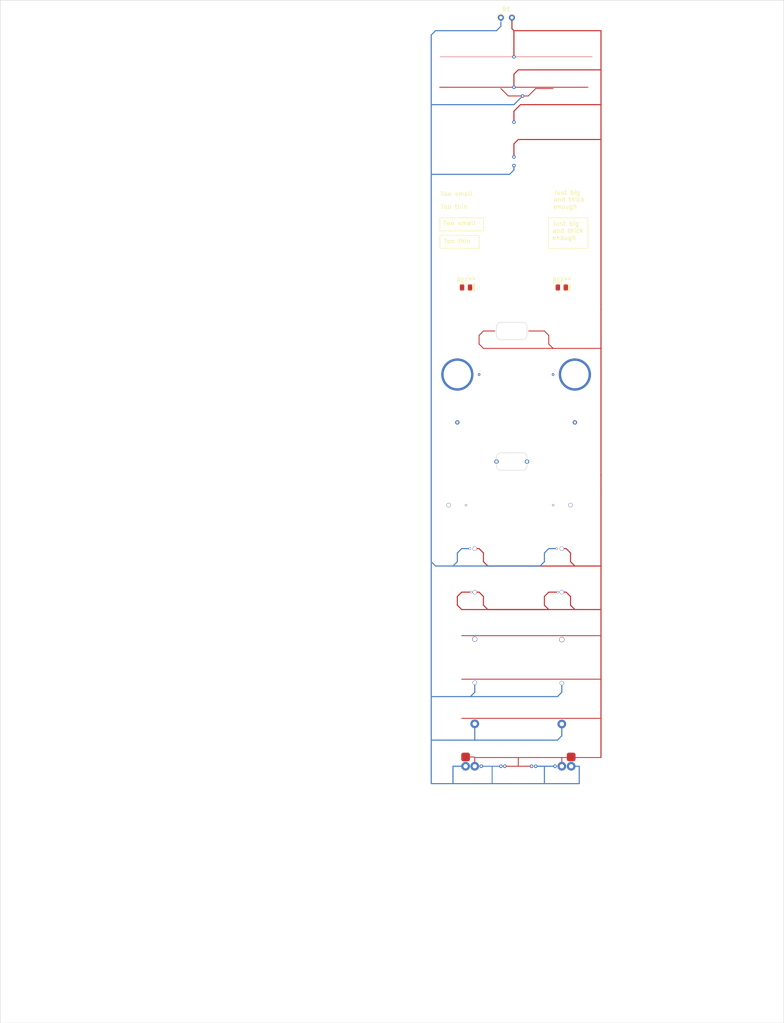
<source format=kicad_pcb>
(kicad_pcb (version 20221018) (generator pcbnew)
  (title_block (title "JLCPCB Custom Design Rules (.kicad_dru)") (date "2023-10-19") (company "LabTroll") (comment 1 "Author: Morten Hattesen"))
  (layers (0 "F.Cu" signal) (1 "In1.Cu" signal) (2 "In2.Cu" signal) (31 "B.Cu" signal) (34 "B.Paste" user) (35 "F.Paste" user) (36 "B.SilkS" user "B.Silkscreen") (37 "F.SilkS" user "F.Silkscreen") (38 "B.Mask" user) (39 "F.Mask" user) (44 "Edge.Cuts" user))
  (property "FOX" "THE QUICK BROWN FOX JUMPS OVER THE LAZY DOG")
  (property "fox" "the quick brown fox jumps over the lazy dog")
  (net 0 "")
  (net 1 "+5V")
  (net 2 "GND")
  (footprint "Resistor_SMD:R_0805_2012Metric" (layer "F.Cu") (at 143 79)
    (fp_text reference "REF**" (at 0 -1.65) (layer "F.SilkS"))
    (fp_text value "R_0805_2012Metric")
    (fp_line (start -0.227064 -0.735) (end 0.227064 -0.735) (stroke (width 0.12)) (layer "F.SilkS"))
    (fp_line (start -0.227064 0.735) (end 0.227064 0.735) (stroke (width 0.12)) (layer "F.SilkS"))
    (pad "1" smd roundrect (at -0.9125 0) (size 1.025 1.4) (layers "F.Cu" "F.Paste" "F.Mask") (roundrect_rratio 0.243902))
    (pad "2" smd roundrect (at 0.9125 0) (size 1.025 1.4) (layers "F.Cu" "F.Paste" "F.Mask") (roundrect_rratio 0.243902))
  )
  (footprint "MountingHole:MountingHole_2.2mm_M2_DIN965_Pad_TopBottom" (layer "F.Cu") (at 141 99)
    (fp_text reference "REF**" hide)
    (fp_text value "MountingHole_2.2mm_M2_DIN965_Pad_TopBottom" hide)
    (pad "1" thru_hole circle (at 0 0) (size 0.6 0.6) (drill 0.2) (layers "*.Cu" "*.Mask"))
  )
  (footprint "MountingHole:MountingHole_3.7mm_Pad_TopBottom" (layer "F.Cu") (at 119 99)
    (fp_text reference "REF**" hide)
    (fp_text value "MountingHole_3.7mm_Pad_TopBottom" hide)
    (pad "1" thru_hole circle (at 0 0) (size 7.4 7.4) (drill 6.31) (layers "*.Cu" "*.Mask"))
  )
  (footprint "MountingHole:MountingHole_2.2mm_M2_DIN965_Pad_TopBottom" (layer "F.Cu") (at 143 139)
    (fp_text reference "REF**" hide)
    (fp_text value "MountingHole_2.2mm_M2_DIN965_Pad_TopBottom" hide)
    (pad "1" thru_hole circle (at 0 0) (size 1 1) (drill 0.85) (property pad_prop_castellated) (layers "*.Cu" "*.Mask") (net 2 "GND"))
  )
  (footprint "MountingHole:MountingHole_2.2mm_M2_DIN965_Pad_TopBottom" (layer "F.Cu") (at 143 179.3)
    (fp_text reference "REF**" hide)
    (fp_text value "MountingHole_2.2mm_M2_DIN965_Pad_TopBottom" hide)
    (pad "1" thru_hole circle (at 0 0) (size 2 2) (drill 1) (property pad_prop_castellated) (layers "*.Cu" "*.Mask") (net 1 "+5V"))
  )
  (footprint "MountingHole:MountingHole_2.2mm_M2_DIN965_Pad_TopBottom" (layer "F.Cu") (at 128 119)
    (fp_text reference "REF**" hide)
    (fp_text value "MountingHole_2.2mm_M2_DIN965_Pad_TopBottom" hide)
    (pad "1" thru_hole circle (at 0 0) (size 1 1) (drill 0.59) (property pad_prop_castellated) (layers "*.Cu" "*.Mask"))
  )
  (footprint "MountingHole:MountingHole_2.2mm_M2_DIN965_Pad_TopBottom" (layer "F.Cu") (at 143 169.9)
    (fp_text reference "REF**" hide)
    (fp_text value "MountingHole_2.2mm_M2_DIN965_Pad_TopBottom" hide)
    (pad "1" thru_hole circle (at 0 0) (size 1 1) (drill 0.85) (property pad_prop_castellated) (layers "*.Cu" "*.Mask") (net 1 "+5V"))
  )
  (footprint "" (layer "F.Cu") (at 120.99 187 90)
    (fp_text reference "" (at 0 0 90) (layer "F.SilkS") (effects (font (size 1.27 1.27))))
    (fp_text value "" (at 0 0 90) (layer "F.SilkS") (effects (font (size 1.27 1.27))))
    (pad "2" smd roundrect (at 0.126 -0.09 90) (size 2 2) (layers "F.Cu" "F.Paste" "F.Mask") (net 2 "GND"))
  )
  (footprint "Connector_Pin:Pin_D0.7mm_L6.5mm_W1.8mm_FlatFork" (layer "F.Cu") (at 123 159.8)
    (fp_text reference "REF**" hide)
    (fp_text value "Pin_D0.7mm_L6.5mm_W1.8mm_FlatFork" hide)
    (pad "" np_thru_hole circle (at 0 0) (size 1.2 1.2) (drill 1) (layers "F&B.Cu" "*.Mask"))
  )
  (footprint "MountingHole:MountingHole_2.2mm_M2_DIN965_Pad_TopBottom" (layer "F.Cu") (at 135 119)
    (fp_text reference "REF**" hide)
    (fp_text value "MountingHole_2.2mm_M2_DIN965_Pad_TopBottom" hide)
    (pad "1" thru_hole circle (at 0 0) (size 1 1) (drill 0.6) (property pad_prop_castellated) (layers "*.Cu" "*.Mask"))
  )
  (footprint "MountingHole:MountingHole_2.1mm" (layer "F.Cu") (at 119 110)
    (fp_text reference "REF**" hide)
    (fp_text value "MountingHole_2.1mm" hide)
    (pad "" np_thru_hole circle (at 0 0) (size 1 1) (drill 0.49) (layers "F&B.Cu" "*.Mask"))
  )
  (footprint "Resistor_SMD:R_0805_2012Metric" (layer "F.Cu") (at 121 79)
    (fp_text reference "REF**" (at 0 -1.65) (layer "F.SilkS"))
    (fp_text value "R_0805_2012Metric")
    (fp_line (start -0.227064 -0.735) (end 0.227064 -0.735) (stroke (width 0.12)) (layer "F.SilkS"))
    (fp_line (start -0.227064 0.735) (end 0.227064 0.735) (stroke (width 0.12)) (layer "F.SilkS"))
    (pad "1" smd roundrect (at -0.9125 0) (size 1.025 1.4) (layers "F.Cu" "F.Paste" "F.Mask") (roundrect_rratio 0.243902))
    (pad "2" smd roundrect (at 0.9125 0) (size 1.025 1.4) (layers "F.Cu" "F.Paste" "F.Mask") (roundrect_rratio 0.243902))
  )
  (footprint "Connector_Pin:Pin_D0.7mm_L6.5mm_W1.8mm_FlatFork" (layer "F.Cu") (at 143 159.9)
    (fp_text reference "REF**" hide)
    (fp_text value "Pin_D0.7mm_L6.5mm_W1.8mm_FlatFork" hide)
    (pad "" np_thru_hole circle (at 0 0) (size 1.2 1.2) (drill 1) (layers "F&B.Cu" "*.Mask"))
  )
  (footprint "MountingHole:MountingHole_2.2mm_M2_DIN965_Pad_TopBottom" (layer "F.Cu") (at 143 149)
    (fp_text reference "REF**" hide)
    (fp_text value "MountingHole_2.2mm_M2_DIN965_Pad_TopBottom" hide)
    (pad "1" thru_hole circle (at 0 0) (size 1 1) (drill 0.85) (property pad_prop_castellated) (layers "*.Cu" "*.Mask") (net 2 "GND"))
  )
  (footprint "MountingHole:MountingHole_2.2mm_M2_DIN965_Pad_TopBottom" (layer "F.Cu") (at 143 189)
    (fp_text reference "REF**" hide)
    (fp_text value "MountingHole_2.2mm_M2_DIN965_Pad_TopBottom" hide)
    (pad "1" thru_hole circle (at 0 0) (size 2 2) (drill 1) (property pad_prop_castellated) (layers "*.Cu" "*.Mask") (net 2 "GND"))
  )
  (footprint "" (layer "F.Cu") (at 145.09 187)
    (fp_text reference "" (at 0 0) (layer "F.SilkS") (effects (font (size 1.27 1.27))))
    (fp_text value "" (at 0 0) (layer "F.SilkS") (effects (font (size 1.27 1.27))))
    (pad "2" smd roundrect (at 0.06 -0.127 90) (size 2 2) (layers "F.Cu" "F.Paste" "F.Mask") (net 2 "GND"))
  )
  (footprint "MountingHole:MountingHole_2.2mm_M2_DIN965_Pad_TopBottom" (layer "F.Cu") (at 145.15 189)
    (fp_text reference "REF**" hide)
    (fp_text value "MountingHole_2.2mm_M2_DIN965_Pad_TopBottom" hide)
    (pad "1" thru_hole circle (at 0 0) (size 2 2) (drill 1) (property pad_prop_castellated) (layers "*.Cu" "*.Mask") (net 1 "+5V"))
  )
  (footprint "MountingHole:MountingHole_2.2mm_M2_DIN965_Pad_TopBottom" (layer "F.Cu") (at 123 189)
    (fp_text reference "REF**" hide)
    (fp_text value "MountingHole_2.2mm_M2_DIN965_Pad_TopBottom" hide)
    (pad "1" thru_hole circle (at 0 0) (size 2 2) (drill 1) (layers "*.Cu" "*.Mask") (net 2 "GND"))
  )
  (footprint "MountingHole:MountingHole_2.2mm_M2_DIN965_Pad_TopBottom" (layer "F.Cu") (at 123 139)
    (fp_text reference "REF**" hide)
    (fp_text value "MountingHole_2.2mm_M2_DIN965_Pad_TopBottom" hide)
    (pad "1" thru_hole circle (at 0 0) (size 1 1) (drill 0.85) (property pad_prop_castellated) (layers "*.Cu" "*.Mask") (net 2 "GND"))
  )
  (footprint "MountingHole:MountingHole_2.2mm_M2_DIN965_Pad_TopBottom" (layer "F.Cu") (at 123 169.8)
    (fp_text reference "REF**" hide)
    (fp_text value "MountingHole_2.2mm_M2_DIN965_Pad_TopBottom" hide)
    (pad "1" thru_hole circle (at 0 0) (size 1 1) (drill 0.85) (property pad_prop_castellated) (layers "*.Cu" "*.Mask") (net 1 "+5V"))
  )
  (footprint "MountingHole:MountingHole_2.2mm_M2_DIN965_Pad_TopBottom" (layer "F.Cu") (at 120.9 189)
    (fp_text reference "REF**" hide)
    (fp_text value "MountingHole_2.2mm_M2_DIN965_Pad_TopBottom" hide)
    (pad "1" thru_hole circle (at 0 0) (size 2 2) (drill 1) (layers "*.Cu" "*.Mask") (net 1 "+5V"))
  )
  (footprint "MountingHole:MountingHole_2.2mm_M2_DIN965_Pad_TopBottom" (layer "F.Cu") (at 117 129)
    (fp_text reference "REF**" hide)
    (fp_text value "MountingHole_2.2mm_M2_DIN965_Pad_TopBottom" hide)
    (pad "1" thru_hole circle (at 0 0) (size 1 1) (drill 0.86) (property pad_prop_castellated) (layers "*.Cu" "*.Mask"))
  )
  (footprint "MountingHole:MountingHole_2.2mm_M2_DIN965_Pad_TopBottom" (layer "F.Cu") (at 124 99)
    (fp_text reference "REF**" hide)
    (fp_text value "MountingHole_2.2mm_M2_DIN965_Pad_TopBottom" hide)
    (pad "1" thru_hole circle (at 0 0) (size 0.6 0.6) (drill 0.19) (layers "*.Cu" "*.Mask"))
  )
  (footprint "MountingHole:MountingHole_3.5mm_Pad_TopBottom" (layer "F.Cu") (at 146 99)
    (fp_text reference "REF**" hide)
    (fp_text value "MountingHole_3.5mm_Pad_TopBottom" hide)
    (pad "1" thru_hole circle (at 0 0) (size 7.4 7.4) (drill 6.3) (layers "*.Cu" "*.Mask"))
  )
  (footprint "MountingHole:MountingHole_2.1mm" (layer "F.Cu") (at 146 110)
    (fp_text reference "REF**" hide)
    (fp_text value "MountingHole_2.1mm" hide)
    (pad "" np_thru_hole circle (at 0 0) (size 1 1) (drill 0.5) (layers "F&B.Cu" "*.Mask"))
  )
  (footprint "MountingHole:MountingHole_2.2mm_M2_DIN965_Pad_TopBottom" (layer "F.Cu") (at 123 179.25)
    (fp_text reference "REF**" hide)
    (fp_text value "MountingHole_2.2mm_M2_DIN965_Pad_TopBottom" hide)
    (pad "1" thru_hole circle (at 0 0) (size 2 2) (drill 1) (property pad_prop_castellated) (layers "*.Cu" "*.Mask") (net 1 "+5V"))
  )
  (footprint "MountingHole:MountingHole_2.2mm_M2_DIN965_Pad_TopBottom" (layer "F.Cu") (at 123 149)
    (fp_text reference "REF**" hide)
    (fp_text value "MountingHole_2.2mm_M2_DIN965_Pad_TopBottom" hide)
    (pad "1" thru_hole circle (at 0 0) (size 1 1) (drill 0.85) (property pad_prop_castellated) (layers "*.Cu" "*.Mask") (net 2 "GND"))
  )
  (footprint "MountingHole:MountingHole_2.2mm_M2_DIN965_Pad_TopBottom" (layer "F.Cu") (at 145 129)
    (fp_text reference "REF**" hide)
    (fp_text value "MountingHole_2.2mm_M2_DIN965_Pad_TopBottom" hide)
    (pad "1" thru_hole circle (at 0 0) (size 1 1) (drill 0.85) (property pad_prop_castellated) (layers "*.Cu" "*.Mask"))
  )
  (footprint "Resistor_THT:R_Axial_DIN0204_L3.6mm_D1.6mm_P2.54mm_Vertical" (layer "F.Cu") (at 129 17)
    (fp_text reference "R1" (at 1.27 -1.92) (layer "F.SilkS"))
    (fp_text value "1k")
    (fp_line (start 0.92 0) (end 1.54 0) (stroke (width 0.12)) (layer "F.SilkS"))
    (fp_circle (center 0 0) (end 0.92 0) (stroke (width 0.12)) (fill none) (layer "F.SilkS"))
    (pad "1" thru_hole circle (at 0 0) (size 1.4 1.4) (drill 0.7) (layers "*.Cu" "*.Mask") (net 1 "+5V"))
    (pad "2" thru_hole oval (at 2.54 0) (size 1.4 1.4) (drill 0.7) (layers "*.Cu" "*.Mask") (net 2 "GND"))
  )
  (gr_rect (start 122.57 78) (end 123 80) (fill solid) (layer "F.SilkS"))
  (gr_rect (start 144.58 78) (end 145 80) (fill solid) (layer "F.SilkS"))
  (gr_line (start 128 90) (end 128 88) (stroke (width 0.1)) (layer "Edge.Cuts"))
  (gr_arc (start 135 90) (mid 134.707107 90.707107) (end 134 91) (stroke (width 0.1)) (layer "Edge.Cuts"))
  (gr_rect locked (start 14 13) (end 194 248) (stroke (width 0.1)) (fill none) (layer "Edge.Cuts"))
  (gr_line (start 128 120) (end 128 118) (stroke (width 0.1)) (layer "Edge.Cuts"))
  (gr_arc (start 128 88) (mid 128.292893 87.292893) (end 129 87) (stroke (width 0.1)) (layer "Edge.Cuts"))
  (gr_line (start 135 118) (end 135 120) (stroke (width 0.1)) (layer "Edge.Cuts"))
  (gr_line (start 129 117) (end 134 117) (stroke (width 0.1)) (layer "Edge.Cuts"))
  (gr_line (start 135 88) (end 135 90) (stroke (width 0.1)) (layer "Edge.Cuts"))
  (gr_arc (start 129 121) (mid 128.292893 120.707107) (end 128 120) (stroke (width 0.1)) (layer "Edge.Cuts"))
  (gr_arc (start 134 87) (mid 134.707107 87.292893) (end 135 88) (stroke (width 0.1)) (layer "Edge.Cuts"))
  (gr_arc (start 134 117) (mid 134.707107 117.292893) (end 135 118) (stroke (width 0.1)) (layer "Edge.Cuts"))
  (gr_line (start 134 91) (end 129 91) (stroke (width 0.1)) (layer "Edge.Cuts"))
  (gr_line (start 134 121) (end 129 121) (stroke (width 0.1)) (layer "Edge.Cuts"))
  (gr_arc (start 135 120) (mid 134.707107 120.707107) (end 134 121) (stroke (width 0.1)) (layer "Edge.Cuts"))
  (gr_arc (start 128 118) (mid 128.292893 117.292893) (end 129 117) (stroke (width 0.1)) (layer "Edge.Cuts"))
  (gr_line (start 129 87) (end 134 87) (stroke (width 0.1)) (layer "Edge.Cuts"))
  (gr_arc (start 129 91) (mid 128.292893 90.707107) (end 128 90) (stroke (width 0.1)) (layer "Edge.Cuts"))
  (gr_text "Too thin" (at 115 61) (layer "F.SilkS") (effects (font (size 1 1) (thickness 0.14)) (justify left bottom)))
  (gr_text "Just big \nand thick\nenough" (at 141 61) (layer "F.SilkS") (effects (font (size 1 1)) (justify left bottom)))
  (gr_text "Too small" (at 115 58) (layer "F.SilkS") (effects (font (size 0.9 1)) (justify left bottom)))
  (gr_text_box "Too small" (start 115 63) (end 125 66) (layer "F.SilkS") (effects (font (size 0.9 1)) (justify left top)) (stroke (width 0.12)))
  (gr_text_box "Too thin" (start 115 67) (end 124 70) (layer "F.SilkS") (effects (font (size 1 1) (thickness 0.14)) (justify left top)) (stroke (width 0.12)))
  (gr_text_box "Just big\nand thick\nenough" (start 140 63) (end 149 70) (layer "F.SilkS") (effects (font (size 1 1)) (justify left top)) (stroke (width 0.12)))
  (via (at 141 129) (size 0.5) (drill 0.35) (layers "F.Cu" "B.Cu") (net 0))
  (via (at 121 129) (size 0.5) (drill 0.36) (layers "F.Cu" "B.Cu") (net 0))
  (segment (start 135.29 35) (end 137 33.29) (width 0.2) (layer "F.Cu") (net 1))
  (segment (start 131 35) (end 130.71 35) (width 0.2) (layer "F.Cu") (net 1))
  (segment (start 137 33.29) (end 141 33.29) (width 0.2) (layer "F.Cu") (net 1))
  (segment (start 134 35) (end 135.29 35) (width 0.2) (layer "F.Cu") (net 1))
  (segment (start 130.7 35) (end 129 33.28) (width 0.2) (layer "F.Cu") (net 1))
  (segment (start 134 35) (end 131 35) (width 0.2) (layer "F.Cu") (net 1))
  (via (at 124.5 189) (size 0.8) (drill 0.4) (layers "F.Cu" "B.Cu") (net 1))
  (via (at 121.88 139) (size 0.55) (drill 0.4) (layers "F.Cu" "B.Cu") (net 1))
  (via (at 141.45 189) (size 0.8) (drill 0.4) (layers "F.Cu" "B.Cu") (net 1))
  (via (at 134 35) (size 0.8) (drill 0.4) (layers "F.Cu" "B.Cu") (net 1))
  (via (at 132 50.993407) (size 0.8) (drill 0.4) (layers "F.Cu" "B.Cu") (net 1))
  (via (at 129 189) (size 0.8) (drill 0.4) (layers "F.Cu" "B.Cu") (net 1))
  (via (at 141.8 139) (size 0.55) (drill 0.4) (layers "F.Cu" "B.Cu") (net 1))
  (via (at 137 189) (size 0.8) (drill 0.4) (layers "F.Cu" "B.Cu") (net 1))
  (segment (start 132 52) (end 131 53) (width 0.25) (layer "B.Cu") (net 1))
  (segment (start 143 172) (end 143 169.9) (width 0.25) (layer "B.Cu") (net 1))
  (segment (start 140 139) (end 139 140) (width 0.25) (layer "B.Cu") (net 1))
  (segment (start 132 37) (end 134 35) (width 0.25) (layer "B.Cu") (net 1))
  (segment (start 121.88 139) (end 120 139) (width 0.25) (layer "B.Cu") (net 1))
  (segment (start 113 183) (end 123 183) (width 0.25) (layer "B.Cu") (net 1))
  (segment (start 122 173) (end 142 173) (width 0.25) (layer "B.Cu") (net 1))
  (segment (start 131 193) (end 139 193) (width 0.25) (layer "B.Cu") (net 1))
  (segment (start 123 183) (end 123 179.25) (width 0.25) (layer "B.Cu") (net 1))
  (segment (start 139 189) (end 137 189) (width 0.25) (layer "B.Cu") (net 1))
  (segment (start 113 193) (end 123 193) (width 0.25) (layer "B.Cu") (net 1))
  (segment (start 132 50.993407) (end 132 52) (width 0.25) (layer "B.Cu") (net 1))
  (segment (start 147 193) (end 147 189) (width 0.25) (layer "B.Cu") (net 1))
  (segment (start 113 173) (end 113 183) (width 0.25) (layer "B.Cu") (net 1))
  (segment (start 114 143) (end 118 143) (width 0.25) (layer "B.Cu") (net 1))
  (segment (start 118 189) (end 118.14 189) (width 0.25) (layer "B.Cu") (net 1))
  (segment (start 127 189) (end 127 193) (width 0.2) (layer "B.Cu") (net 1))
  (segment (start 113 53) (end 113 37) (width 0.25) (layer "B.Cu") (net 1))
  (segment (start 128 20) (end 114 20) (width 0.25) (layer "B.Cu") (net 1))
  (segment (start 123 193) (end 129 193) (width 0.25) (layer "B.Cu") (net 1))
  (segment (start 123 172) (end 123 169.8) (width 0.25) (layer "B.Cu") (net 1))
  (segment (start 113 53) (end 113 142) (width 0.25) (layer "B.Cu") (net 1))
  (segment (start 147 189) (end 145.15 189) (width 0.25) (layer "B.Cu") (net 1))
  (segment (start 129 17) (end 129 19) (width 0.25) (layer "B.Cu") (net 1))
  (segment (start 129 189) (end 124.6 189) (width 0.2) (layer "B.Cu") (net 1))
  (segment (start 113 142) (end 113 173) (width 0.25) (layer "B.Cu") (net 1))
  (segment (start 139 140) (end 139 142) (width 0.25) (layer "B.Cu") (net 1))
  (segment (start 119 142) (end 118 143) (width 0.25) (layer "B.Cu") (net 1))
  (segment (start 129 19) (end 128 20) (width 0.25) (layer "B.Cu") (net 1))
  (segment (start 139 189) (end 139 193) (width 0.25) (layer "B.Cu") (net 1))
  (segment (start 114 20) (end 113 21) (width 0.25) (layer "B.Cu") (net 1))
  (segment (start 113 21) (end 113 37) (width 0.25) (layer "B.Cu") (net 1))
  (segment (start 143 182) (end 143 179.3) (width 0.25) (layer "B.Cu") (net 1))
  (segment (start 122 173) (end 123 172) (width 0.25) (layer "B.Cu") (net 1))
  (segment (start 142 173) (end 143 172) (width 0.25) (layer "B.Cu") (net 1))
  (segment (start 141.4 189) (end 139 189) (width 0.25) (layer "B.Cu") (net 1))
  (segment (start 113 142) (end 114 143) (width 0.25) (layer "B.Cu") (net 1))
  (segment (start 129 193) (end 131 193) (width 0.25) (layer "B.Cu") (net 1))
  (segment (start 113 173) (end 122 173) (width 0.25) (layer "B.Cu") (net 1))
  (segment (start 118 193) (end 118 189) (width 0.25) (layer "B.Cu") (net 1))
  (segment (start 113 183) (end 113 193) (width 0.25) (layer "B.Cu") (net 1))
  (segment (start 141.8 139) (end 140 139) (width 0.25) (layer "B.Cu") (net 1))
  (segment (start 113 37) (end 132 37) (width 0.25) (layer "B.Cu") (net 1))
  (segment (start 120 139) (end 119 140) (width 0.25) (layer "B.Cu") (net 1))
  (segment (start 123 183) (end 142 183) (width 0.25) (layer "B.Cu") (net 1))
  (segment (start 142 183) (end 143 182) (width 0.25) (layer "B.Cu") (net 1))
  (segment (start 139 142) (end 138 143) (width 0.25) (layer "B.Cu") (net 1))
  (segment (start 139 193) (end 147 193) (width 0.25) (layer "B.Cu") (net 1))
  (segment (start 131 53) (end 113 53) (width 0.25) (layer "B.Cu") (net 1))
  (segment (start 118.14 189) (end 120 189) (width 0.25) (layer "B.Cu") (net 1))
  (segment (start 138 143) (end 118 143) (width 0.25) (layer "B.Cu") (net 1))
  (segment (start 119 140) (end 119 142) (width 0.25) (layer "B.Cu") (net 1))
  (segment (start 125 93) (end 124 92) (width 0.2) (layer "F.Cu") (net 2))
  (segment (start 133 29) (end 152 29) (width 0.25) (layer "F.Cu") (net 2))
  (segment (start 145 152) (end 145 150) (width 0.25) (layer "F.Cu") (net 2))
  (segment (start 152 187) (end 123 187) (width 0.2) (layer "F.Cu") (net 2))
  (segment (start 132 33) (end 115 33) (width 0.2) (layer "F.Cu") (net 2))
  (segment (start 123 187) (end 123 189) (width 0.2) (layer "F.Cu") (net 2))
  (segment (start 152 122.17) (end 152 122) (width 0.25) (layer "F.Cu") (net 2))
  (segment (start 125 140) (end 125 142) (width 0.25) (layer "F.Cu") (net 2))
  (segment (start 132 20) (end 131.54 19.54) (width 0.25) (layer "F.Cu") (net 2))
  (segment (start 132 20) (end 152 20) (width 0.25) (layer "F.Cu") (net 2))
  (segment (start 152 169) (end 120 169) (width 0.2) (layer "F.Cu") (net 2))
  (segment (start 131.991304 48.984711) (end 132 48.993407) (width 0.25) (layer "F.Cu") (net 2))
  (segment (start 152 37) (end 133.5 37) (width 0.25) (layer "F.Cu") (net 2))
  (segment (start 119 152) (end 120 153) (width 0.25) (layer "F.Cu") (net 2))
  (segment (start 144 139) (end 143 139) (width 0.25) (layer "F.Cu") (net 2))
  (segment (start 125 152) (end 125 150) (width 0.25) (layer "F.Cu") (net 2))
  (segment (start 145 150) (end 144 149) (width 0.25) (layer "F.Cu") (net 2))
  (segment (start 115.008696 32.991304) (end 115 33) (width 0.25) (layer "F.Cu") (net 2))
  (segment (start 122.874 186.874) (end 120.9 186.874) (width 0.2) (layer "F.Cu") (net 2))
  (segment (start 145 140) (end 144 139) (width 0.25) (layer "F.Cu") (net 2))
  (segment (start 144 149) (end 143 149) (width 0.25) (layer "F.Cu") (net 2))
  (segment (start 140 90) (end 139 89) (width 0.2) (layer "F.Cu") (net 2))
  (segment (start 139 152) (end 139 150) (width 0.25) (layer "F.Cu") (net 2))
  (segment (start 152 93) (end 141 93) (width 0.2) (layer "F.Cu") (net 2))
  (segment (start 133 45) (end 152 45) (width 0.25) (layer "F.Cu") (net 2))
  (segment (start 130 189) (end 136 189) (width 0.2) (layer "F.Cu") (net 2))
  (segment (start 133.5 37) (end 132 38.5) (width 0.25) (layer "F.Cu") (net 2))
  (segment (start 152 178) (end 120 178) (width 0.2) (layer "F.Cu") (net 2))
  (segment (start 152 153) (end 126 153) (width 0.25) (layer "F.Cu") (net 2))
  (segment (start 132 26) (end 150 26) (width 0.09) (layer "F.Cu") (net 2))
  (segment (start 132 33) (end 131.991304 32.991304) (width 0.25) (layer "F.Cu") (net 2))
  (segment (start 141 93) (end 140 92) (width 0.2) (layer "F.Cu") (net 2))
  (segment (start 124 90) (end 125 89) (width 0.2) (layer "F.Cu") (net 2))
  (segment (start 140 153) (end 139 152) (width 0.25) (layer "F.Cu") (net 2))
  (segment (start 143 187) (end 143 189) (width 0.2) (layer "F.Cu") (net 2))
  (segment (start 140 149) (end 142.1 149) (width 0.25) (layer "F.Cu") (net 2))
  (segment (start 152 143) (end 152 187) (width 0.25) (layer "F.Cu") (net 2))
  (segment (start 152 159) (end 120 159) (width 0.2) (layer "F.Cu") (net 2))
  (segment (start 152 143) (end 152 125.96) (width 0.25) (layer "F.Cu") (net 2))
  (segment (start 145 142) (end 145 140) (width 0.25) (layer "F.Cu") (net 2))
  (segment (start 125 150) (end 124 149) (width 0.25) (layer "F.Cu") (net 2))
  (segment (start 126 153) (end 125 152) (width 0.25) (layer "F.Cu") (net 2))
  (segment (start 152 84) (end 152 93) (width 0.25) (layer "F.Cu") (net 2))
  (segment (start 131.54 19.54) (end 131.54 17) (width 0.25) (layer "F.Cu") (net 2))
  (segment (start 132 48.993407) (end 132 46) (width 0.25) (layer "F.Cu") (net 2))
  (segment (start 152 37) (end 152 45) (width 0.25) (layer "F.Cu") (net 2))
  (segment (start 152 93) (end 152 122) (width 0.25) (layer "F.Cu") (net 2))
  (segment (start 141 93) (end 125 93) (width 0.2) (layer "F.Cu") (net 2))
  (segment (start 146 153) (end 145 152) (width 0.25) (layer "F.Cu") (net 2))
  (segment (start 125 89) (end 127.61 89) (width 0.2) (layer "F.Cu") (net 2))
  (segment (start 115 26) (end 132 26) (width 0.08) (layer "F.Cu") (net 2))
  (segment (start 120 153) (end 140 153) (width 0.25) (layer "F.Cu") (net 2))
  (segment (start 132 26) (end 132 20) (width 0.25) (layer "F.Cu") (net 2))
  (segment (start 139 150) (end 140 149) (width 0.25) (layer "F.Cu") (net 2))
  (segment (start 132 33) (end 149 33) (width 0.2) (layer "F.Cu") (net 2))
  (segment (start 132 30) (end 133 29) (width 0.25) (layer "F.Cu") (net 2))
  (segment (start 152 29) (end 152 37) (width 0.25) (layer "F.Cu") (net 2))
  (segment (start 120 149) (end 119 150) (width 0.25) (layer "F.Cu") (net 2))
  (segment (start 132 33) (end 132 30) (width 0.25) (layer "F.Cu") (net 2))
  (segment (start 133 187) (end 133 189) (width 0.2) (layer "F.Cu") (net 2))
  (segment (start 124 139) (end 125 140) (width 0.25) (layer "F.Cu") (net 2))
  (segment (start 146 143) (end 145 142) (width 0.25) (layer "F.Cu") (net 2))
  (segment (start 119 150) (end 119 152) (width 0.25) (layer "F.Cu") (net 2))
  (segment (start 125 142) (end 126 143) (width 0.25) (layer "F.Cu") (net 2))
  (segment (start 122.1 149) (end 120 149) (width 0.25) (layer "F.Cu") (net 2))
  (segment (start 124 149) (end 123 149) (width 0.25) (layer "F.Cu") (net 2))
  (segment (start 123 139) (end 124 139) (width 0.25) (layer "F.Cu") (net 2))
  (segment (start 152 20) (end 152 29) (width 0.25) (layer "F.Cu") (net 2))
  (segment (start 126 143) (end 152 143) (width 0.25) (layer "F.Cu") (net 2))
  (segment (start 124 92) (end 124 90) (width 0.2) (layer "F.Cu") (net 2))
  (segment (start 152 125.96) (end 152 122.17) (width 0.25) (layer "F.Cu") (net 2))
  (segment (start 123 187) (end 122.874 186.874) (width 0.2) (layer "F.Cu") (net 2))
  (segment (start 140 92) (end 140 90) (width 0.2) (layer "F.Cu") (net 2))
  (segment (start 152 45) (end 152 84) (width 0.25) (layer "F.Cu") (net 2))
  (segment (start 132 46) (end 133 45) (width 0.25) (layer "F.Cu") (net 2))
  (segment (start 139 89) (end 135.4 89) (width 0.2) (layer "F.Cu") (net 2))
  (segment (start 132 38.5) (end 132 41) (width 0.25) (layer "F.Cu") (net 2))
  (via (at 129.9 189) (size 0.8) (drill 0.4) (layers "F.Cu" "B.Cu") (net 2))
  (via (at 132 26) (size 0.8) (drill 0.4) (layers "F.Cu" "B.Cu") (net 2))
  (via (at 132 41) (size 0.8) (drill 0.4) (layers "F.Cu" "B.Cu") (net 2))
  (via (at 122.15 149) (size 0.55) (drill 0.4) (layers "F.Cu" "B.Cu") (net 2))
  (via (at 136.05 189) (size 0.8) (drill 0.4) (layers "F.Cu" "B.Cu") (net 2))
  (via (at 132 33) (size 0.8) (drill 0.4) (layers "F.Cu" "B.Cu") (net 2))
  (via (at 142.1 149) (size 0.55) (drill 0.4) (layers "F.Cu" "B.Cu") (net 2))
  (via (at 132 49) (size 0.8) (drill 0.4) (layers "F.Cu" "B.Cu") (net 2))
  (segment (start 132 33) (end 131.991304 32.991304) (width 0.25) (layer "B.Cu") (net 2))
)
</source>
